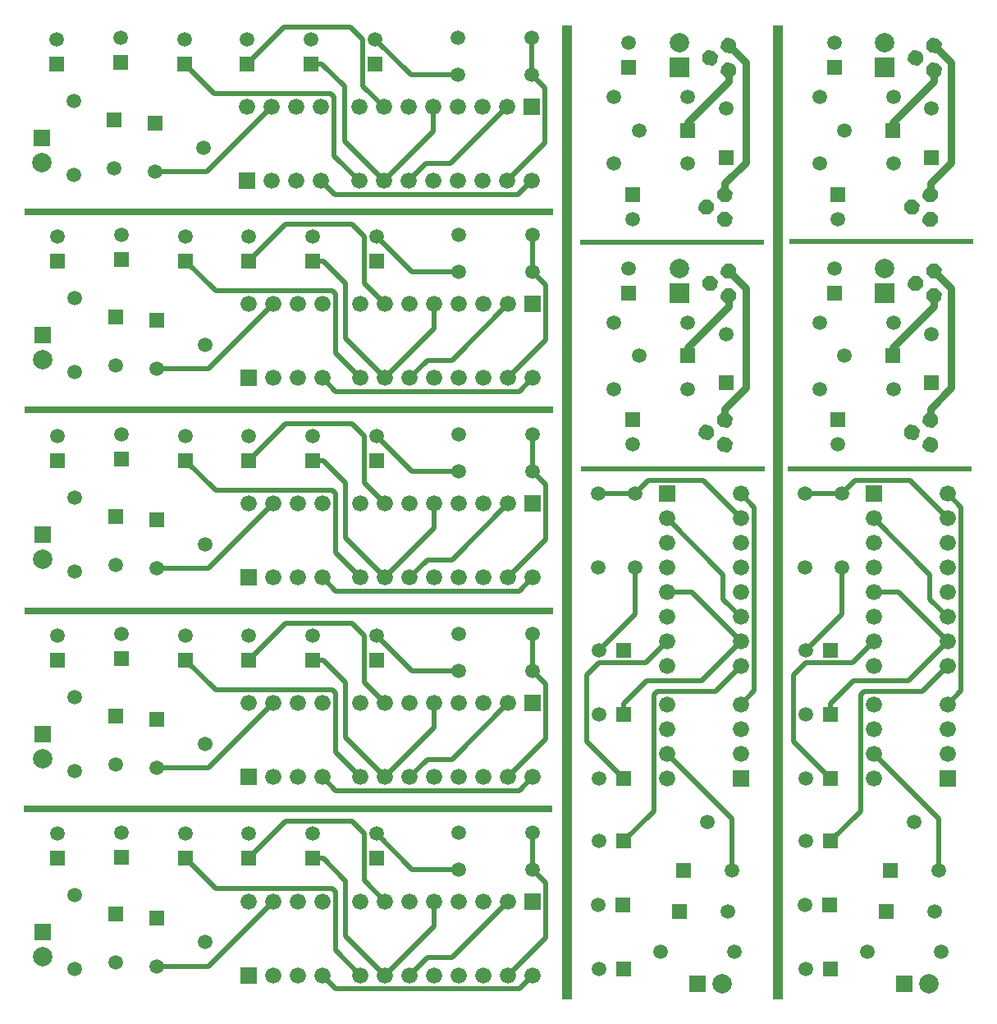
<source format=gtl>
G04 Layer_Physical_Order=1*
G04 Layer_Color=255*
%FSLAX25Y25*%
%MOIN*%
G70*
G01*
G75*
%ADD10C,0.03000*%
%ADD11C,0.02000*%
%ADD12R,0.74803X0.01968*%
%ADD13R,2.14567X0.02756*%
%ADD14R,0.03937X3.95669*%
%ADD15R,0.05905X0.05905*%
%ADD16C,0.05905*%
%ADD17R,0.05905X0.05905*%
%ADD18C,0.07874*%
%ADD19R,0.07874X0.07874*%
%ADD20R,0.05937X0.05937*%
%ADD21C,0.05937*%
%ADD22R,0.06600X0.06600*%
%ADD23C,0.06600*%
%ADD24R,0.07087X0.07087*%
%ADD25R,0.05937X0.05937*%
%ADD26R,0.06600X0.06600*%
%ADD27R,0.07087X0.07087*%
G36*
X372895Y392928D02*
X374601Y391066D01*
X374491Y388542D01*
X372629Y386836D01*
X370105Y386946D01*
X368399Y388808D01*
X368509Y391332D01*
X370371Y393038D01*
X372895Y392928D01*
D02*
G37*
G36*
X289395D02*
X291101Y391066D01*
X290991Y388542D01*
X289129Y386836D01*
X286605Y386946D01*
X284899Y388808D01*
X285009Y391332D01*
X286871Y393038D01*
X289395Y392928D01*
D02*
G37*
G36*
X365395Y387928D02*
X367101Y386066D01*
X366991Y383542D01*
X365129Y381836D01*
X362605Y381946D01*
X360899Y383808D01*
X361009Y386332D01*
X362871Y388038D01*
X365395Y387928D01*
D02*
G37*
G36*
X281895D02*
X283601Y386066D01*
X283491Y383542D01*
X281629Y381836D01*
X279105Y381946D01*
X277399Y383808D01*
X277509Y386332D01*
X279371Y388038D01*
X281895Y387928D01*
D02*
G37*
G36*
X372895Y382928D02*
X374601Y381066D01*
X374491Y378542D01*
X372629Y376836D01*
X370105Y376946D01*
X368399Y378808D01*
X368509Y381332D01*
X370371Y383038D01*
X372895Y382928D01*
D02*
G37*
G36*
X289395D02*
X291101Y381066D01*
X290991Y378542D01*
X289129Y376836D01*
X286605Y376946D01*
X284899Y378808D01*
X285009Y381332D01*
X286871Y383038D01*
X289395Y382928D01*
D02*
G37*
G36*
X371395Y332428D02*
X373101Y330566D01*
X372991Y328042D01*
X371129Y326336D01*
X368605Y326446D01*
X366899Y328308D01*
X367009Y330832D01*
X368871Y332538D01*
X371395Y332428D01*
D02*
G37*
G36*
X287895D02*
X289601Y330566D01*
X289491Y328042D01*
X287629Y326336D01*
X285105Y326446D01*
X283399Y328308D01*
X283509Y330832D01*
X285371Y332538D01*
X287895Y332428D01*
D02*
G37*
G36*
X363895Y327428D02*
X365601Y325566D01*
X365491Y323042D01*
X363629Y321336D01*
X361105Y321446D01*
X359399Y323308D01*
X359509Y325832D01*
X361371Y327538D01*
X363895Y327428D01*
D02*
G37*
G36*
X280395D02*
X282101Y325566D01*
X281991Y323042D01*
X280129Y321336D01*
X277605Y321446D01*
X275899Y323308D01*
X276009Y325832D01*
X277871Y327538D01*
X280395Y327428D01*
D02*
G37*
G36*
X371395Y322428D02*
X373101Y320566D01*
X372991Y318042D01*
X371129Y316336D01*
X368605Y316446D01*
X366899Y318308D01*
X367009Y320832D01*
X368871Y322538D01*
X371395Y322428D01*
D02*
G37*
G36*
X287895D02*
X289601Y320566D01*
X289491Y318042D01*
X287629Y316336D01*
X285105Y316446D01*
X283399Y318308D01*
X283509Y320832D01*
X285371Y322538D01*
X287895Y322428D01*
D02*
G37*
G36*
X372895Y301428D02*
X374601Y299566D01*
X374491Y297042D01*
X372629Y295336D01*
X370105Y295446D01*
X368399Y297308D01*
X368509Y299832D01*
X370371Y301538D01*
X372895Y301428D01*
D02*
G37*
G36*
X289395D02*
X291101Y299566D01*
X290991Y297042D01*
X289129Y295336D01*
X286605Y295446D01*
X284899Y297308D01*
X285009Y299832D01*
X286871Y301538D01*
X289395Y301428D01*
D02*
G37*
G36*
X365395Y296428D02*
X367101Y294566D01*
X366991Y292042D01*
X365129Y290336D01*
X362605Y290446D01*
X360899Y292308D01*
X361009Y294832D01*
X362871Y296538D01*
X365395Y296428D01*
D02*
G37*
G36*
X281895D02*
X283601Y294566D01*
X283491Y292042D01*
X281629Y290336D01*
X279105Y290446D01*
X277399Y292308D01*
X277509Y294832D01*
X279371Y296538D01*
X281895Y296428D01*
D02*
G37*
G36*
X372895Y291428D02*
X374601Y289566D01*
X374491Y287042D01*
X372629Y285336D01*
X370105Y285446D01*
X368399Y287308D01*
X368509Y289832D01*
X370371Y291538D01*
X372895Y291428D01*
D02*
G37*
G36*
X289395D02*
X291101Y289566D01*
X290991Y287042D01*
X289129Y285336D01*
X286605Y285446D01*
X284899Y287308D01*
X285009Y289832D01*
X286871Y291538D01*
X289395Y291428D01*
D02*
G37*
G36*
X371395Y240928D02*
X373101Y239066D01*
X372991Y236542D01*
X371129Y234836D01*
X368605Y234946D01*
X366899Y236808D01*
X367009Y239332D01*
X368871Y241038D01*
X371395Y240928D01*
D02*
G37*
G36*
X287895D02*
X289601Y239066D01*
X289491Y236542D01*
X287629Y234836D01*
X285105Y234946D01*
X283399Y236808D01*
X283509Y239332D01*
X285371Y241038D01*
X287895Y240928D01*
D02*
G37*
G36*
X363895Y235928D02*
X365601Y234066D01*
X365491Y231542D01*
X363629Y229836D01*
X361105Y229946D01*
X359399Y231808D01*
X359509Y234332D01*
X361371Y236038D01*
X363895Y235928D01*
D02*
G37*
G36*
X280395D02*
X282101Y234066D01*
X281991Y231542D01*
X280129Y229836D01*
X277605Y229946D01*
X275899Y231808D01*
X276009Y234332D01*
X277871Y236038D01*
X280395Y235928D01*
D02*
G37*
G36*
X371395Y230928D02*
X373101Y229066D01*
X372991Y226542D01*
X371129Y224836D01*
X368605Y224946D01*
X366899Y226808D01*
X367009Y229332D01*
X368871Y231038D01*
X371395Y230928D01*
D02*
G37*
G36*
X287895D02*
X289601Y229066D01*
X289491Y226542D01*
X287629Y224836D01*
X285105Y224946D01*
X283399Y226808D01*
X283509Y229332D01*
X285371Y231038D01*
X287895Y230928D01*
D02*
G37*
D10*
X354842Y263937D02*
Y267280D01*
X371500Y283937D01*
Y288437D01*
X370000Y237937D02*
Y242437D01*
X378500Y250937D01*
Y291437D01*
X371500Y298437D02*
X378500Y291437D01*
X371500Y389937D02*
X378500Y382937D01*
Y342437D02*
Y382937D01*
X370000Y333937D02*
X378500Y342437D01*
X370000Y329437D02*
Y333937D01*
X371500Y375437D02*
Y379937D01*
X354842Y358780D02*
X371500Y375437D01*
X354842Y355437D02*
Y358780D01*
X271342Y355437D02*
Y358780D01*
X288000Y375437D01*
Y379937D01*
X286500Y329437D02*
Y333937D01*
X295000Y342437D01*
Y382937D01*
X288000Y389937D02*
X295000Y382937D01*
X288000Y298437D02*
X295000Y291437D01*
Y250937D02*
Y291437D01*
X286500Y242437D02*
X295000Y250937D01*
X286500Y237937D02*
Y242437D01*
X288000Y283937D02*
Y288437D01*
X271342Y267280D02*
X288000Y283937D01*
X271342Y263937D02*
Y267280D01*
D11*
X319000Y208000D02*
X334000D01*
X319500Y139500D02*
X338500D01*
X347000Y148000D01*
X373343Y55158D02*
Y76157D01*
X347000Y102500D02*
X373343Y76157D01*
X369800Y165200D02*
X377000Y158000D01*
X369800Y165200D02*
Y175200D01*
X347000Y198000D02*
X369800Y175200D01*
X329500Y67000D02*
X341700Y79200D01*
Y126500D01*
X343000Y127800D01*
X366800D01*
X377000Y138000D01*
X334000Y208000D02*
X339300Y213300D01*
X361700D01*
X377000Y198000D01*
X347000Y168000D02*
X357000D01*
X377000Y148000D01*
X329500Y118500D02*
Y122880D01*
X338620Y132000D01*
X361000D01*
X377000Y148000D01*
X334000Y159000D02*
Y178000D01*
X319500Y144500D02*
X334000Y159000D01*
X377000Y122500D02*
X382500Y128000D01*
Y202500D01*
X377000Y208000D02*
X382500Y202500D01*
X314547Y134547D02*
X319500Y139500D01*
X314547Y107453D02*
X329500Y92500D01*
X314547Y107453D02*
Y134547D01*
X235000Y208000D02*
X250000D01*
X235500Y139500D02*
X254500D01*
X263000Y148000D01*
X289343Y55158D02*
Y76157D01*
X263000Y102500D02*
X289343Y76157D01*
X285800Y165200D02*
X293000Y158000D01*
X285800Y165200D02*
Y175200D01*
X263000Y198000D02*
X285800Y175200D01*
X245500Y67000D02*
X257700Y79200D01*
Y126500D01*
X259000Y127800D01*
X282800D01*
X293000Y138000D01*
X250000Y208000D02*
X255300Y213300D01*
X277700D01*
X293000Y198000D01*
X263000Y168000D02*
X273000D01*
X293000Y148000D01*
X245500Y118500D02*
Y122880D01*
X254620Y132000D01*
X277000D01*
X293000Y148000D01*
X250000Y159000D02*
Y178000D01*
X235500Y144500D02*
X250000Y159000D01*
X293000Y122500D02*
X298500Y128000D01*
Y202500D01*
X293000Y208000D02*
X298500Y202500D01*
X230547Y134547D02*
X235500Y139500D01*
X230547Y107453D02*
X245500Y92500D01*
X230547Y107453D02*
Y134547D01*
X208500Y136000D02*
Y151000D01*
X140000Y131500D02*
Y150500D01*
Y131500D02*
X148500Y123000D01*
X55658Y96657D02*
X76657D01*
X103000Y123000D01*
X158500Y93000D02*
X165700Y100200D01*
X175700D01*
X198500Y123000D01*
X67500Y140500D02*
X79700Y128300D01*
X127000D01*
X128300Y127000D01*
Y103200D02*
Y127000D01*
Y103200D02*
X138500Y93000D01*
X208500Y136000D02*
X213800Y130700D01*
Y108300D02*
Y130700D01*
X198500Y93000D02*
X213800Y108300D01*
X168500Y113000D02*
Y123000D01*
X148500Y93000D02*
X168500Y113000D01*
X119000Y140500D02*
X123380D01*
X132500Y131380D01*
Y109000D02*
Y131380D01*
Y109000D02*
X148500Y93000D01*
X159500Y136000D02*
X178500D01*
X145000Y150500D02*
X159500Y136000D01*
X123000Y93000D02*
X128500Y87500D01*
X203000D01*
X208500Y93000D01*
X135047Y155453D02*
X140000Y150500D01*
X93000Y140500D02*
X107953Y155453D01*
X135047D01*
X208500Y217000D02*
Y232000D01*
X140000Y212500D02*
Y231500D01*
Y212500D02*
X148500Y204000D01*
X55658Y177657D02*
X76657D01*
X103000Y204000D01*
X158500Y174000D02*
X165700Y181200D01*
X175700D01*
X198500Y204000D01*
X67500Y221500D02*
X79700Y209300D01*
X127000D01*
X128300Y208000D01*
Y184200D02*
Y208000D01*
Y184200D02*
X138500Y174000D01*
X208500Y217000D02*
X213800Y211700D01*
Y189300D02*
Y211700D01*
X198500Y174000D02*
X213800Y189300D01*
X168500Y194000D02*
Y204000D01*
X148500Y174000D02*
X168500Y194000D01*
X119000Y221500D02*
X123380D01*
X132500Y212380D01*
Y190000D02*
Y212380D01*
Y190000D02*
X148500Y174000D01*
X159500Y217000D02*
X178500D01*
X145000Y231500D02*
X159500Y217000D01*
X123000Y174000D02*
X128500Y168500D01*
X203000D01*
X208500Y174000D01*
X135047Y236453D02*
X140000Y231500D01*
X93000Y221500D02*
X107953Y236453D01*
X135047D01*
X208500Y298000D02*
Y313000D01*
X140000Y293500D02*
Y312500D01*
Y293500D02*
X148500Y285000D01*
X55658Y258657D02*
X76657D01*
X103000Y285000D01*
X158500Y255000D02*
X165700Y262200D01*
X175700D01*
X198500Y285000D01*
X67500Y302500D02*
X79700Y290300D01*
X127000D01*
X128300Y289000D01*
Y265200D02*
Y289000D01*
Y265200D02*
X138500Y255000D01*
X208500Y298000D02*
X213800Y292700D01*
Y270300D02*
Y292700D01*
X198500Y255000D02*
X213800Y270300D01*
X168500Y275000D02*
Y285000D01*
X148500Y255000D02*
X168500Y275000D01*
X119000Y302500D02*
X123380D01*
X132500Y293380D01*
Y271000D02*
Y293380D01*
Y271000D02*
X148500Y255000D01*
X159500Y298000D02*
X178500D01*
X145000Y312500D02*
X159500Y298000D01*
X123000Y255000D02*
X128500Y249500D01*
X203000D01*
X208500Y255000D01*
X135047Y317453D02*
X140000Y312500D01*
X93000Y302500D02*
X107953Y317453D01*
X135047D01*
X208000Y378000D02*
Y393000D01*
X139500Y373500D02*
Y392500D01*
Y373500D02*
X148000Y365000D01*
X55158Y338657D02*
X76157D01*
X102500Y365000D01*
X158000Y335000D02*
X165200Y342200D01*
X175200D01*
X198000Y365000D01*
X67000Y382500D02*
X79200Y370300D01*
X126500D01*
X127800Y369000D01*
Y345200D02*
Y369000D01*
Y345200D02*
X138000Y335000D01*
X208000Y378000D02*
X213300Y372700D01*
Y350300D02*
Y372700D01*
X198000Y335000D02*
X213300Y350300D01*
X168000Y355000D02*
Y365000D01*
X148000Y335000D02*
X168000Y355000D01*
X118500Y382500D02*
X122880D01*
X132000Y373380D01*
Y351000D02*
Y373380D01*
Y351000D02*
X148000Y335000D01*
X159000Y378000D02*
X178000D01*
X144500Y392500D02*
X159000Y378000D01*
X122500Y335000D02*
X128000Y329500D01*
X202500D01*
X208000Y335000D01*
X134547Y397453D02*
X139500Y392500D01*
X92500Y382500D02*
X107453Y397453D01*
X134547D01*
X107953Y74953D02*
X135047D01*
X93000Y60000D02*
X107953Y74953D01*
X135047D02*
X140000Y70000D01*
X203000Y7000D02*
X208500Y12500D01*
X128500Y7000D02*
X203000D01*
X123000Y12500D02*
X128500Y7000D01*
X145000Y70000D02*
X159500Y55500D01*
X178500D01*
X132500Y28500D02*
X148500Y12500D01*
X132500Y28500D02*
Y50880D01*
X123380Y60000D02*
X132500Y50880D01*
X119000Y60000D02*
X123380D01*
X148500Y12500D02*
X168500Y32500D01*
Y42500D01*
X198500Y12500D02*
X213800Y27800D01*
Y50200D01*
X208500Y55500D02*
X213800Y50200D01*
X128300Y22700D02*
X138500Y12500D01*
X128300Y22700D02*
Y46500D01*
X127000Y47800D02*
X128300Y46500D01*
X79700Y47800D02*
X127000D01*
X67500Y60000D02*
X79700Y47800D01*
X175700Y19700D02*
X198500Y42500D01*
X165700Y19700D02*
X175700D01*
X158500Y12500D02*
X165700Y19700D01*
X76657Y16157D02*
X103000Y42500D01*
X55658Y16157D02*
X76657D01*
X140000Y51000D02*
X148500Y42500D01*
X140000Y51000D02*
Y70000D01*
X208500Y55500D02*
Y70500D01*
D12*
X350000Y310500D02*
D03*
X265000Y310000D02*
D03*
X349500Y218000D02*
D03*
X265500D02*
D03*
D13*
X109000Y80000D02*
D03*
X109500Y160500D02*
D03*
Y242000D02*
D03*
Y322500D02*
D03*
D14*
X308000Y200500D02*
D03*
X222500D02*
D03*
D15*
X370500Y253095D02*
D03*
X332500Y237937D02*
D03*
X331000Y289437D02*
D03*
Y380937D02*
D03*
X332500Y329437D02*
D03*
X370500Y344595D02*
D03*
X287000D02*
D03*
X249000Y329437D02*
D03*
X247500Y380937D02*
D03*
Y289437D02*
D03*
X249000Y237937D02*
D03*
X287000Y253095D02*
D03*
X15500Y140500D02*
D03*
X41500Y141000D02*
D03*
X67500Y140500D02*
D03*
X93000D02*
D03*
X119000D02*
D03*
X145000D02*
D03*
X39000Y117843D02*
D03*
X15500Y221500D02*
D03*
X41500Y222000D02*
D03*
X67500Y221500D02*
D03*
X93000D02*
D03*
X119000D02*
D03*
X145000D02*
D03*
X39000Y198843D02*
D03*
X15500Y302500D02*
D03*
X41500Y303000D02*
D03*
X67500Y302500D02*
D03*
X93000D02*
D03*
X119000D02*
D03*
X145000D02*
D03*
X39000Y279843D02*
D03*
X15000Y382500D02*
D03*
X41000Y383000D02*
D03*
X67000Y382500D02*
D03*
X92500D02*
D03*
X118500D02*
D03*
X144500D02*
D03*
X38500Y359843D02*
D03*
X15500Y60000D02*
D03*
X41500Y60500D02*
D03*
X67500Y60000D02*
D03*
X39000Y37343D02*
D03*
X93000Y60000D02*
D03*
X119000D02*
D03*
X145000D02*
D03*
D16*
X370500Y272779D02*
D03*
X335157Y263937D02*
D03*
X332500Y227937D02*
D03*
X331000Y299437D02*
D03*
X370000Y227937D02*
D03*
X362500Y232937D02*
D03*
X370000Y237937D02*
D03*
X371500Y288437D02*
D03*
X364000Y293437D02*
D03*
X371500Y298437D02*
D03*
X355000Y250437D02*
D03*
X325000D02*
D03*
X355000Y277437D02*
D03*
X325000D02*
D03*
X355000Y368937D02*
D03*
X325000D02*
D03*
X355000Y341937D02*
D03*
X325000D02*
D03*
X371500Y379937D02*
D03*
X364000Y384937D02*
D03*
X371500Y389937D02*
D03*
X370000Y319437D02*
D03*
X362500Y324437D02*
D03*
X370000Y329437D02*
D03*
X331000Y390937D02*
D03*
X332500Y319437D02*
D03*
X335157Y355437D02*
D03*
X370500Y364280D02*
D03*
X287000D02*
D03*
X251658Y355437D02*
D03*
X249000Y319437D02*
D03*
X247500Y390937D02*
D03*
X286500Y319437D02*
D03*
X279000Y324437D02*
D03*
X286500Y329437D02*
D03*
X288000Y379937D02*
D03*
X280500Y384937D02*
D03*
X288000Y389937D02*
D03*
X271500Y341937D02*
D03*
X241500D02*
D03*
X271500Y368937D02*
D03*
X241500D02*
D03*
X271500Y277437D02*
D03*
X241500D02*
D03*
X271500Y250437D02*
D03*
X241500D02*
D03*
X288000Y288437D02*
D03*
X280500Y293437D02*
D03*
X288000Y298437D02*
D03*
X286500Y227937D02*
D03*
X279000Y232937D02*
D03*
X286500Y237937D02*
D03*
X247500Y299437D02*
D03*
X249000Y227937D02*
D03*
X251658Y263937D02*
D03*
X287000Y272779D02*
D03*
X319500Y15000D02*
D03*
X319000Y41000D02*
D03*
X319500Y67000D02*
D03*
Y92500D02*
D03*
Y118500D02*
D03*
Y144500D02*
D03*
X344500Y22000D02*
D03*
X374500D02*
D03*
X371843Y38500D02*
D03*
X319000Y178000D02*
D03*
Y208000D02*
D03*
X334000Y178000D02*
D03*
Y208000D02*
D03*
X235500Y15000D02*
D03*
X235000Y41000D02*
D03*
X235500Y67000D02*
D03*
Y92500D02*
D03*
Y118500D02*
D03*
Y144500D02*
D03*
X260500Y22000D02*
D03*
X290500D02*
D03*
X287843Y38500D02*
D03*
X235000Y178000D02*
D03*
Y208000D02*
D03*
X250000Y178000D02*
D03*
Y208000D02*
D03*
X15500Y150500D02*
D03*
X41500Y151000D02*
D03*
X67500Y150500D02*
D03*
X93000D02*
D03*
X119000D02*
D03*
X145000D02*
D03*
X22500Y125500D02*
D03*
Y95500D02*
D03*
X39000Y98157D02*
D03*
X178500Y151000D02*
D03*
X208500D02*
D03*
X178500Y136000D02*
D03*
X208500D02*
D03*
X15500Y231500D02*
D03*
X41500Y232000D02*
D03*
X67500Y231500D02*
D03*
X93000D02*
D03*
X119000D02*
D03*
X145000D02*
D03*
X22500Y206500D02*
D03*
Y176500D02*
D03*
X39000Y179157D02*
D03*
X178500Y232000D02*
D03*
X208500D02*
D03*
X178500Y217000D02*
D03*
X208500D02*
D03*
X15500Y312500D02*
D03*
X41500Y313000D02*
D03*
X67500Y312500D02*
D03*
X93000D02*
D03*
X119000D02*
D03*
X145000D02*
D03*
X22500Y287500D02*
D03*
Y257500D02*
D03*
X39000Y260157D02*
D03*
X178500Y313000D02*
D03*
X208500D02*
D03*
X178500Y298000D02*
D03*
X208500D02*
D03*
X15000Y392500D02*
D03*
X41000Y393000D02*
D03*
X67000Y392500D02*
D03*
X92500D02*
D03*
X118500D02*
D03*
X144500D02*
D03*
X22000Y367500D02*
D03*
Y337500D02*
D03*
X38500Y340157D02*
D03*
X178000Y393000D02*
D03*
X208000D02*
D03*
X178000Y378000D02*
D03*
X208000D02*
D03*
X15500Y70000D02*
D03*
X41500Y70500D02*
D03*
X22500Y45000D02*
D03*
Y15000D02*
D03*
X67500Y70000D02*
D03*
X39000Y17657D02*
D03*
X93000Y70000D02*
D03*
X119000D02*
D03*
X145000D02*
D03*
X178500Y55500D02*
D03*
X208500D02*
D03*
X178500Y70500D02*
D03*
X208500D02*
D03*
D17*
X354842Y263937D02*
D03*
Y355437D02*
D03*
X271342D02*
D03*
Y263937D02*
D03*
X329500Y15000D02*
D03*
X329000Y41000D02*
D03*
X329500Y67000D02*
D03*
Y92500D02*
D03*
Y118500D02*
D03*
Y144500D02*
D03*
X352157Y38500D02*
D03*
X245500Y15000D02*
D03*
X245000Y41000D02*
D03*
X245500Y67000D02*
D03*
Y92500D02*
D03*
Y118500D02*
D03*
Y144500D02*
D03*
X268157Y38500D02*
D03*
D18*
X351500Y299437D02*
D03*
Y390937D02*
D03*
X268000D02*
D03*
Y299437D02*
D03*
X369500Y9000D02*
D03*
X285500D02*
D03*
X9500Y100500D02*
D03*
Y181500D02*
D03*
Y262500D02*
D03*
X9000Y342500D02*
D03*
X9500Y20000D02*
D03*
D19*
X351500Y289437D02*
D03*
Y380937D02*
D03*
X268000D02*
D03*
Y289437D02*
D03*
D20*
X353657Y55158D02*
D03*
X269657D02*
D03*
D21*
X363500Y74843D02*
D03*
X373343Y55158D02*
D03*
X279500Y74843D02*
D03*
X289343Y55158D02*
D03*
X75343Y106500D02*
D03*
X55658Y96657D02*
D03*
X75343Y187500D02*
D03*
X55658Y177657D02*
D03*
X75343Y268500D02*
D03*
X55658Y258657D02*
D03*
X74843Y348500D02*
D03*
X55158Y338657D02*
D03*
X75343Y26000D02*
D03*
X55658Y16157D02*
D03*
D22*
X347000Y208000D02*
D03*
X377000Y92500D02*
D03*
X263000Y208000D02*
D03*
X293000Y92500D02*
D03*
D23*
X347000Y198000D02*
D03*
Y188000D02*
D03*
Y178000D02*
D03*
Y168000D02*
D03*
Y158000D02*
D03*
Y148000D02*
D03*
Y138000D02*
D03*
X377000D02*
D03*
Y148000D02*
D03*
Y158000D02*
D03*
Y168000D02*
D03*
Y178000D02*
D03*
Y188000D02*
D03*
Y198000D02*
D03*
Y208000D02*
D03*
Y102500D02*
D03*
Y112500D02*
D03*
Y122500D02*
D03*
X347000D02*
D03*
Y112500D02*
D03*
Y102500D02*
D03*
Y92500D02*
D03*
X263000Y198000D02*
D03*
Y188000D02*
D03*
Y178000D02*
D03*
Y168000D02*
D03*
Y158000D02*
D03*
Y148000D02*
D03*
Y138000D02*
D03*
X293000D02*
D03*
Y148000D02*
D03*
Y158000D02*
D03*
Y168000D02*
D03*
Y178000D02*
D03*
Y188000D02*
D03*
Y198000D02*
D03*
Y208000D02*
D03*
Y102500D02*
D03*
Y112500D02*
D03*
Y122500D02*
D03*
X263000D02*
D03*
Y112500D02*
D03*
Y102500D02*
D03*
Y92500D02*
D03*
X198500Y123000D02*
D03*
X188500D02*
D03*
X178500D02*
D03*
X168500D02*
D03*
X158500D02*
D03*
X148500D02*
D03*
X138500D02*
D03*
Y93000D02*
D03*
X148500D02*
D03*
X158500D02*
D03*
X168500D02*
D03*
X178500D02*
D03*
X188500D02*
D03*
X198500D02*
D03*
X208500D02*
D03*
X103000D02*
D03*
X113000D02*
D03*
X123000D02*
D03*
Y123000D02*
D03*
X113000D02*
D03*
X103000D02*
D03*
X93000D02*
D03*
X198500Y204000D02*
D03*
X188500D02*
D03*
X178500D02*
D03*
X168500D02*
D03*
X158500D02*
D03*
X148500D02*
D03*
X138500D02*
D03*
Y174000D02*
D03*
X148500D02*
D03*
X158500D02*
D03*
X168500D02*
D03*
X178500D02*
D03*
X188500D02*
D03*
X198500D02*
D03*
X208500D02*
D03*
X103000D02*
D03*
X113000D02*
D03*
X123000D02*
D03*
Y204000D02*
D03*
X113000D02*
D03*
X103000D02*
D03*
X93000D02*
D03*
X198500Y285000D02*
D03*
X188500D02*
D03*
X178500D02*
D03*
X168500D02*
D03*
X158500D02*
D03*
X148500D02*
D03*
X138500D02*
D03*
Y255000D02*
D03*
X148500D02*
D03*
X158500D02*
D03*
X168500D02*
D03*
X178500D02*
D03*
X188500D02*
D03*
X198500D02*
D03*
X208500D02*
D03*
X103000D02*
D03*
X113000D02*
D03*
X123000D02*
D03*
Y285000D02*
D03*
X113000D02*
D03*
X103000D02*
D03*
X93000D02*
D03*
X198000Y365000D02*
D03*
X188000D02*
D03*
X178000D02*
D03*
X168000D02*
D03*
X158000D02*
D03*
X148000D02*
D03*
X138000D02*
D03*
Y335000D02*
D03*
X148000D02*
D03*
X158000D02*
D03*
X168000D02*
D03*
X178000D02*
D03*
X188000D02*
D03*
X198000D02*
D03*
X208000D02*
D03*
X102500D02*
D03*
X112500D02*
D03*
X122500D02*
D03*
Y365000D02*
D03*
X112500D02*
D03*
X102500D02*
D03*
X92500D02*
D03*
X198500Y42500D02*
D03*
X188500D02*
D03*
X178500D02*
D03*
X168500D02*
D03*
X158500D02*
D03*
X148500D02*
D03*
X138500D02*
D03*
Y12500D02*
D03*
X148500D02*
D03*
X158500D02*
D03*
X168500D02*
D03*
X178500D02*
D03*
X188500D02*
D03*
X198500D02*
D03*
X208500D02*
D03*
X103000D02*
D03*
X113000D02*
D03*
X123000D02*
D03*
Y42500D02*
D03*
X113000D02*
D03*
X103000D02*
D03*
X93000D02*
D03*
D24*
X359500Y9000D02*
D03*
X275500D02*
D03*
D25*
X55658Y116343D02*
D03*
Y197343D02*
D03*
Y278343D02*
D03*
X55158Y358343D02*
D03*
X55658Y35843D02*
D03*
D26*
X208500Y123000D02*
D03*
X93000Y93000D02*
D03*
X208500Y204000D02*
D03*
X93000Y174000D02*
D03*
X208500Y285000D02*
D03*
X93000Y255000D02*
D03*
X208000Y365000D02*
D03*
X92500Y335000D02*
D03*
X208500Y42500D02*
D03*
X93000Y12500D02*
D03*
D27*
X9500Y110500D02*
D03*
Y191500D02*
D03*
Y272500D02*
D03*
X9000Y352500D02*
D03*
X9500Y30000D02*
D03*
M02*

</source>
